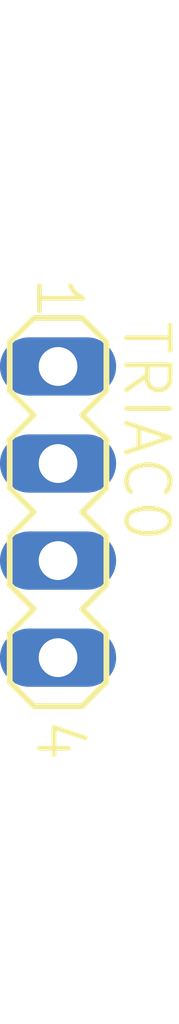
<source format=kicad_pcb>
(kicad_pcb (version 20241229) (generator "pcbnew") (generator_version "9.0")
  (layers (0 "F.Cu" signal) (2 "B.Cu" signal) (13 "F.Paste" user) (15 "B.Paste" user) (5 "F.SilkS" user "F.Silkscreen") (7 "B.SilkS" user "B.Silkscreen") (1 "F.Mask" user) (3 "B.Mask" user) (25 "Edge.Cuts" user))
  (net 0 "")
  (footprint "robotdyn:dummyfp0" (layer "F.Cu") (at 151.7011 101.8036)
    (property "Reference" "UNK_HOLE_0" (hide yes))
    (property "Value" "")
    (pad "" np_thru_hole circle (at 0 0) (size 3.2 3.2) (drill 3.2) (layers "*.Cu" "*.Mask"))
  )
  (footprint "robotdyn:MA04-1_162" (layer "F.Cu") (at 151.0411 90.0036 -90)
    (property "Reference" "TRIAC0" (at -5.08 -1.651 270) (layer "F.SilkS") (effects (font (size 1.143 1.143) (thickness 0.127)) (justify left bottom)))
    (property "Value" "")
    (fp_line (start -3.175 1.27) (end -4.445 1.27) (stroke (width 0.1524)) (layer "F.SilkS"))
    (fp_line (start -1.905 1.27) (end -2.54 0.635) (stroke (width 0.1524)) (layer "F.SilkS"))
    (fp_line (start -0.635 1.27) (end -1.905 1.27) (stroke (width 0.1524)) (layer "F.SilkS"))
    (fp_line (start 0.635 1.27) (end 0 0.635) (stroke (width 0.1524)) (layer "F.SilkS"))
    (fp_line (start 1.905 1.27) (end 0.635 1.27) (stroke (width 0.1524)) (layer "F.SilkS"))
    (fp_line (start 4.445 1.27) (end 3.175 1.27) (stroke (width 0.1524)) (layer "F.SilkS"))
    (fp_line (start -5.08 0.635) (end -4.445 1.27) (stroke (width 0.1524)) (layer "F.SilkS"))
    (fp_line (start -2.54 0.635) (end -3.175 1.27) (stroke (width 0.1524)) (layer "F.SilkS"))
    (fp_line (start 0 0.635) (end -0.635 1.27) (stroke (width 0.1524)) (layer "F.SilkS"))
    (fp_line (start 2.54 0.635) (end 1.905 1.27) (stroke (width 0.1524)) (layer "F.SilkS"))
    (fp_line (start 2.54 0.635) (end 3.175 1.27) (stroke (width 0.1524)) (layer "F.SilkS"))
    (fp_line (start 5.08 0.635) (end 4.445 1.27) (stroke (width 0.1524)) (layer "F.SilkS"))
    (fp_line (start -5.08 -0.635) (end -5.08 0.635) (stroke (width 0.1524)) (layer "F.SilkS"))
    (fp_line (start -2.54 -0.635) (end -1.905 -1.27) (stroke (width 0.1524)) (layer "F.SilkS"))
    (fp_line (start 0 -0.635) (end 0.635 -1.27) (stroke (width 0.1524)) (layer "F.SilkS"))
    (fp_line (start 5.08 -0.635) (end 5.08 0.635) (stroke (width 0.1524)) (layer "F.SilkS"))
    (fp_line (start -4.445 -1.27) (end -5.08 -0.635) (stroke (width 0.1524)) (layer "F.SilkS"))
    (fp_line (start -4.445 -1.27) (end -3.175 -1.27) (stroke (width 0.1524)) (layer "F.SilkS"))
    (fp_line (start -3.175 -1.27) (end -2.54 -0.635) (stroke (width 0.1524)) (layer "F.SilkS"))
    (fp_line (start -1.905 -1.27) (end -0.635 -1.27) (stroke (width 0.1524)) (layer "F.SilkS"))
    (fp_line (start -0.635 -1.27) (end 0 -0.635) (stroke (width 0.1524)) (layer "F.SilkS"))
    (fp_line (start 0.635 -1.27) (end 1.905 -1.27) (stroke (width 0.1524)) (layer "F.SilkS"))
    (fp_line (start 1.905 -1.27) (end 2.54 -0.635) (stroke (width 0.1524)) (layer "F.SilkS"))
    (fp_line (start 3.175 -1.27) (end 2.54 -0.635) (stroke (width 0.1524)) (layer "F.SilkS"))
    (fp_line (start 3.175 -1.27) (end 4.445 -1.27) (stroke (width 0.1524)) (layer "F.SilkS"))
    (fp_line (start 4.445 -1.27) (end 5.08 -0.635) (stroke (width 0.1524)) (layer "F.SilkS"))
    (fp_text user "1" (at -6.223 0.635 270) (layer "F.SilkS") (effects (font (size 1.143 1.143) (thickness 0.127)) (justify left bottom)))
    (fp_text user "4" (at 5.334 0.635 270) (layer "F.SilkS") (effects (font (size 1.143 1.143) (thickness 0.127)) (justify left bottom)))
    (pad "1" thru_hole oval (at -3.81 0) (size 3.048 1.524) (drill 1.016) (layers "*.Cu" "*.Mask"))
    (pad "2" thru_hole oval (at -1.27 0) (size 3.048 1.524) (drill 1.016) (layers "*.Cu" "*.Mask"))
    (pad "3" thru_hole oval (at 1.27 0) (size 3.048 1.524) (drill 1.016) (layers "*.Cu" "*.Mask"))
    (pad "4" thru_hole oval (at 3.81 0) (size 3.048 1.524) (drill 1.016) (layers "*.Cu" "*.Mask"))
  )
  (footprint "robotdyn:dummyfp1" (layer "F.Cu") (at 151.7011 78.2036)
    (property "Reference" "UNK_HOLE_1" (hide yes))
    (property "Value" "")
    (pad "" np_thru_hole circle (at 0 0) (size 3.2 3.2) (drill 3.2) (layers "*.Cu" "*.Mask"))
  )
)
</source>
